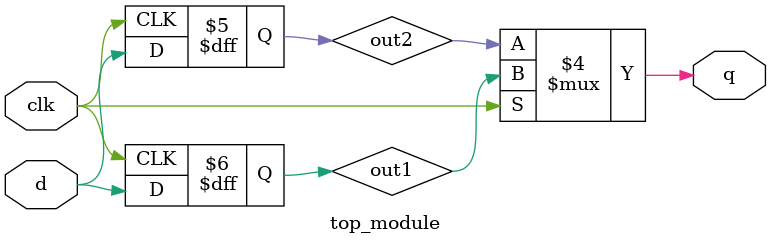
<source format=v>
module top_module (
    input clk,
    input d,
    output q
);

    wire out1, out2;
    always @ (posedge clk)
        out1 <= d;
    always @ (negedge clk)
        out2 <= d;
    
    always @ (*)
        q = clk?out1:out2;
endmodule

</source>
